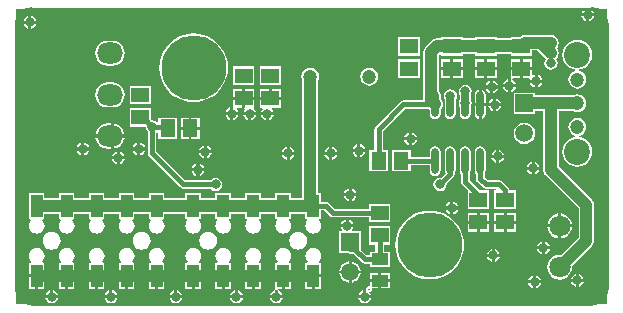
<source format=gtl>
%FSAX42Y42*%
%MOMM*%
G71*
G01*
G75*
G04 Layer_Physical_Order=1*
G04 Layer_Color=255*
%ADD10R,1.50X1.30*%
%ADD11O,0.60X2.20*%
%ADD12R,1.30X1.50*%
%ADD13R,1.40X1.00*%
%ADD14R,1.02X1.90*%
%ADD15C,0.20*%
%ADD16C,1.00*%
%ADD17C,0.40*%
%ADD18C,0.25*%
%ADD19O,2.20X1.80*%
%ADD20C,1.20*%
%ADD21C,1.50*%
%ADD22R,1.50X1.50*%
%ADD23C,5.50*%
%ADD24C,2.20*%
%ADD25C,1.80*%
%ADD26C,0.80*%
G36*
X009938Y007562D02*
X007915D01*
X007911Y007575D01*
X007927Y007585D01*
X007939Y007604D01*
X007941Y007612D01*
X007834D01*
X007836Y007604D01*
X007848Y007585D01*
X007864Y007575D01*
X007860Y007562D01*
X007165D01*
X007161Y007575D01*
X007177Y007585D01*
X007189Y007604D01*
X007191Y007612D01*
X007084D01*
X007086Y007604D01*
X007098Y007585D01*
X007114Y007575D01*
X007110Y007562D01*
X006827D01*
X006824Y007575D01*
X006840Y007585D01*
X006852Y007604D01*
X006854Y007612D01*
X006746D01*
X006748Y007604D01*
X006760Y007585D01*
X006776Y007575D01*
X006773Y007562D01*
X006315D01*
X006311Y007575D01*
X006327Y007585D01*
X006339Y007604D01*
X006341Y007612D01*
X006234D01*
X006236Y007604D01*
X006248Y007585D01*
X006264Y007575D01*
X006260Y007562D01*
X005765D01*
X005761Y007575D01*
X005777Y007585D01*
X005789Y007604D01*
X005791Y007612D01*
X005684D01*
X005686Y007604D01*
X005698Y007585D01*
X005714Y007575D01*
X005710Y007562D01*
X005265D01*
X005261Y007575D01*
X005277Y007585D01*
X005289Y007604D01*
X005291Y007612D01*
X005184D01*
X005186Y007604D01*
X005198Y007585D01*
X005214Y007575D01*
X005210Y007562D01*
X004938D01*
Y010062D01*
X009729D01*
X009735Y010051D01*
X009723Y010034D01*
X009721Y010025D01*
X009829D01*
X009827Y010034D01*
X009815Y010052D01*
X009818Y010062D01*
X009938D01*
Y007562D01*
D02*
G37*
%LPC*%
G36*
X009642Y008212D02*
X009550D01*
Y008121D01*
X009565Y008123D01*
X009590Y008133D01*
X009612Y008150D01*
X009629Y008172D01*
X009640Y008198D01*
X009642Y008212D01*
D02*
G37*
G36*
X008837Y008242D02*
X008760D01*
Y008175D01*
X008837D01*
Y008242D01*
D02*
G37*
G36*
X008940D02*
X008863D01*
Y008175D01*
X008940D01*
Y008242D01*
D02*
G37*
G36*
X009387Y008091D02*
X009379Y008089D01*
X009360Y008077D01*
X009348Y008059D01*
X009346Y008050D01*
X009387D01*
Y008091D01*
D02*
G37*
G36*
X009413D02*
Y008050D01*
X009454D01*
X009452Y008059D01*
X009440Y008077D01*
X009421Y008089D01*
X009413Y008091D01*
D02*
G37*
G36*
X009525Y008212D02*
X009433D01*
X009435Y008198D01*
X009446Y008172D01*
X009463Y008150D01*
X009485Y008133D01*
X009510Y008123D01*
X009525Y008121D01*
Y008212D01*
D02*
G37*
G36*
X009062Y008242D02*
X008985D01*
Y008175D01*
X009062D01*
Y008242D01*
D02*
G37*
G36*
X009525Y008329D02*
X009510Y008327D01*
X009485Y008317D01*
X009463Y008300D01*
X009446Y008278D01*
X009435Y008252D01*
X009433Y008238D01*
X009525D01*
Y008329D01*
D02*
G37*
G36*
X009550D02*
Y008238D01*
X009642D01*
X009640Y008252D01*
X009629Y008278D01*
X009612Y008300D01*
X009590Y008317D01*
X009565Y008327D01*
X009550Y008329D01*
D02*
G37*
G36*
X008837Y008335D02*
X008760D01*
Y008268D01*
X008837D01*
Y008335D01*
D02*
G37*
G36*
X009165Y008242D02*
X009088D01*
Y008175D01*
X009165D01*
Y008242D01*
D02*
G37*
G36*
X007725Y008279D02*
X007716Y008277D01*
X007698Y008265D01*
X007686Y008246D01*
X007684Y008238D01*
X007725D01*
Y008279D01*
D02*
G37*
G36*
X007750D02*
Y008238D01*
X007791D01*
X007789Y008246D01*
X007777Y008265D01*
X007759Y008277D01*
X007750Y008279D01*
D02*
G37*
G36*
X007323Y008174D02*
X007303Y008171D01*
X007285Y008164D01*
X007270Y008151D01*
X007257Y008136D01*
X007250Y008118D01*
X007247Y008098D01*
X007250Y008078D01*
X007257Y008060D01*
X007270Y008045D01*
X007285Y008032D01*
X007303Y008025D01*
X007323Y008022D01*
X007343Y008025D01*
X007361Y008032D01*
X007376Y008045D01*
X007389Y008060D01*
X007396Y008078D01*
X007399Y008098D01*
X007396Y008118D01*
X007389Y008136D01*
X007376Y008151D01*
X007361Y008164D01*
X007343Y008171D01*
X007323Y008174D01*
D02*
G37*
G36*
X008962Y007962D02*
X008921D01*
X008923Y007954D01*
X008935Y007935D01*
X008954Y007923D01*
X008962Y007921D01*
Y007962D01*
D02*
G37*
G36*
X009029D02*
X008988D01*
Y007921D01*
X008996Y007923D01*
X009015Y007935D01*
X009027Y007954D01*
X009029Y007962D01*
D02*
G37*
G36*
X008103Y008222D02*
X007922D01*
Y008063D01*
X007977D01*
Y008005D01*
X007928D01*
Y007976D01*
X007900D01*
X007853Y008023D01*
Y008178D01*
X007785D01*
X007779Y008189D01*
X007789Y008204D01*
X007791Y008212D01*
X007684D01*
X007686Y008204D01*
X007696Y008189D01*
X007690Y008178D01*
X007672D01*
Y007997D01*
X007741D01*
X007749Y007992D01*
X007762Y007989D01*
X007785D01*
X007860Y007915D01*
X007871Y007907D01*
X007885Y007904D01*
X007928D01*
Y007875D01*
X008097D01*
Y008005D01*
X008048D01*
Y008063D01*
X008103D01*
Y008222D01*
D02*
G37*
G36*
X007450Y008038D02*
X007433Y008035D01*
X007417Y008029D01*
X007403Y008018D01*
X007392Y008004D01*
X007386Y007988D01*
X007383Y007971D01*
X007386Y007954D01*
X007392Y007938D01*
X007403Y007924D01*
X007404Y007923D01*
X007400Y007911D01*
X007384D01*
Y007814D01*
X007516D01*
Y007911D01*
X007500D01*
X007496Y007923D01*
X007497Y007924D01*
X007508Y007938D01*
X007514Y007954D01*
X007517Y007971D01*
X007514Y007988D01*
X007508Y008004D01*
X007497Y008018D01*
X007483Y008029D01*
X007467Y008035D01*
X007450Y008038D01*
D02*
G37*
G36*
X007750Y007923D02*
X007739Y007921D01*
X007717Y007912D01*
X007698Y007898D01*
X007684Y007879D01*
X007675Y007857D01*
X007673Y007846D01*
X007750D01*
Y007923D01*
D02*
G37*
G36*
X007775D02*
Y007846D01*
X007852D01*
X007850Y007857D01*
X007841Y007879D01*
X007827Y007898D01*
X007808Y007912D01*
X007786Y007921D01*
X007775Y007923D01*
D02*
G37*
G36*
X009387Y008025D02*
X009346D01*
X009348Y008016D01*
X009360Y007998D01*
X009379Y007986D01*
X009387Y007984D01*
Y008025D01*
D02*
G37*
G36*
X005236Y008174D02*
X005216Y008171D01*
X005198Y008164D01*
X005183Y008151D01*
X005170Y008136D01*
X005163Y008118D01*
X005160Y008098D01*
X005163Y008078D01*
X005170Y008060D01*
X005183Y008045D01*
X005198Y008032D01*
X005216Y008025D01*
X005236Y008022D01*
X005256Y008025D01*
X005274Y008032D01*
X005289Y008045D01*
X005302Y008060D01*
X005309Y008078D01*
X005312Y008098D01*
X005309Y008118D01*
X005302Y008136D01*
X005289Y008151D01*
X005274Y008164D01*
X005256Y008171D01*
X005236Y008174D01*
D02*
G37*
G36*
X005998D02*
X005978Y008171D01*
X005960Y008164D01*
X005945Y008151D01*
X005932Y008136D01*
X005925Y008118D01*
X005922Y008098D01*
X005925Y008078D01*
X005932Y008060D01*
X005945Y008045D01*
X005960Y008032D01*
X005978Y008025D01*
X005998Y008022D01*
X006018Y008025D01*
X006036Y008032D01*
X006051Y008045D01*
X006064Y008060D01*
X006071Y008078D01*
X006074Y008098D01*
X006071Y008118D01*
X006064Y008136D01*
X006051Y008151D01*
X006036Y008164D01*
X006018Y008171D01*
X005998Y008174D01*
D02*
G37*
G36*
X006561D02*
X006541Y008171D01*
X006523Y008164D01*
X006508Y008151D01*
X006495Y008136D01*
X006488Y008118D01*
X006485Y008098D01*
X006488Y008078D01*
X006495Y008060D01*
X006508Y008045D01*
X006523Y008032D01*
X006541Y008025D01*
X006561Y008022D01*
X006581Y008025D01*
X006599Y008032D01*
X006614Y008045D01*
X006627Y008060D01*
X006634Y008078D01*
X006637Y008098D01*
X006634Y008118D01*
X006627Y008136D01*
X006614Y008151D01*
X006599Y008164D01*
X006581Y008171D01*
X006561Y008174D01*
D02*
G37*
G36*
X009454Y008025D02*
X009413D01*
Y007984D01*
X009421Y007986D01*
X009440Y007998D01*
X009452Y008016D01*
X009454Y008025D01*
D02*
G37*
G36*
X008962Y008029D02*
X008954Y008027D01*
X008935Y008015D01*
X008923Y007996D01*
X008921Y007988D01*
X008962D01*
Y008029D01*
D02*
G37*
G36*
X008988D02*
Y007988D01*
X009029D01*
X009027Y007996D01*
X009015Y008015D01*
X008996Y008027D01*
X008988Y008029D01*
D02*
G37*
G36*
X009300Y008700D02*
X009259D01*
X009261Y008691D01*
X009273Y008673D01*
X009291Y008661D01*
X009300Y008659D01*
Y008700D01*
D02*
G37*
G36*
X009366D02*
X009325D01*
Y008659D01*
X009334Y008661D01*
X009352Y008673D01*
X009364Y008691D01*
X009366Y008700D01*
D02*
G37*
G36*
X006462Y008754D02*
X006454Y008752D01*
X006435Y008740D01*
X006423Y008721D01*
X006421Y008713D01*
X006462D01*
Y008754D01*
D02*
G37*
G36*
X008611Y008898D02*
X008594Y008895D01*
X008579Y008885D01*
X008569Y008870D01*
X008566Y008853D01*
Y008693D01*
X008569Y008675D01*
X008571Y008672D01*
X008530Y008630D01*
X008525Y008631D01*
X008504Y008627D01*
X008485Y008615D01*
X008473Y008596D01*
X008469Y008575D01*
X008473Y008554D01*
X008485Y008535D01*
X008504Y008523D01*
X008525Y008519D01*
X008546Y008523D01*
X008565Y008535D01*
X008577Y008554D01*
X008581Y008575D01*
X008580Y008580D01*
X008637Y008636D01*
X008644Y008648D01*
X008647Y008661D01*
X008647Y008661D01*
Y008661D01*
X008654Y008675D01*
X008654Y008675D01*
X008654Y008675D01*
X008657Y008693D01*
Y008853D01*
X008654Y008870D01*
X008644Y008885D01*
X008629Y008895D01*
X008611Y008898D01*
D02*
G37*
G36*
X006462Y008687D02*
X006421D01*
X006423Y008679D01*
X006435Y008660D01*
X006454Y008648D01*
X006462Y008646D01*
Y008687D01*
D02*
G37*
G36*
X006529D02*
X006488D01*
Y008646D01*
X006496Y008648D01*
X006515Y008660D01*
X006527Y008679D01*
X006529Y008687D01*
D02*
G37*
G36*
X006488Y008754D02*
Y008713D01*
X006529D01*
X006527Y008721D01*
X006515Y008740D01*
X006496Y008752D01*
X006488Y008754D01*
D02*
G37*
G36*
X005787Y008787D02*
X005746D01*
X005748Y008779D01*
X005760Y008760D01*
X005779Y008748D01*
X005787Y008746D01*
Y008787D01*
D02*
G37*
G36*
X005854D02*
X005813D01*
Y008746D01*
X005821Y008748D01*
X005840Y008760D01*
X005852Y008779D01*
X005854Y008787D01*
D02*
G37*
G36*
X009000Y008800D02*
X008959D01*
X008961Y008791D01*
X008973Y008773D01*
X008991Y008761D01*
X009000Y008759D01*
Y008800D01*
D02*
G37*
G36*
X009300Y008766D02*
X009291Y008764D01*
X009273Y008752D01*
X009261Y008734D01*
X009259Y008725D01*
X009300D01*
Y008766D01*
D02*
G37*
G36*
X009325D02*
Y008725D01*
X009366D01*
X009364Y008734D01*
X009352Y008752D01*
X009334Y008764D01*
X009325Y008766D01*
D02*
G37*
G36*
X009688Y009138D02*
X009668Y009136D01*
X009650Y009128D01*
X009634Y009116D01*
X009622Y009100D01*
X009614Y009082D01*
X009612Y009062D01*
X009614Y009043D01*
X009622Y009025D01*
X009634Y009009D01*
X009650Y008997D01*
X009668Y008989D01*
X009671Y008989D01*
Y008976D01*
X009655Y008974D01*
X009624Y008962D01*
X009598Y008942D01*
X009578Y008916D01*
X009566Y008885D01*
X009561Y008853D01*
X009566Y008820D01*
X009578Y008789D01*
X009598Y008763D01*
X009624Y008743D01*
X009655Y008731D01*
X009688Y008726D01*
X009720Y008731D01*
X009751Y008743D01*
X009777Y008763D01*
X009797Y008789D01*
X009809Y008820D01*
X009814Y008853D01*
X009809Y008885D01*
X009797Y008916D01*
X009777Y008942D01*
X009751Y008962D01*
X009720Y008974D01*
X009704Y008976D01*
Y008989D01*
X009707Y008989D01*
X009725Y008997D01*
X009741Y009009D01*
X009753Y009025D01*
X009761Y009043D01*
X009763Y009062D01*
X009761Y009082D01*
X009753Y009100D01*
X009741Y009116D01*
X009725Y009128D01*
X009707Y009136D01*
X009688Y009138D01*
D02*
G37*
G36*
X007775Y008541D02*
Y008500D01*
X007816D01*
X007814Y008509D01*
X007802Y008527D01*
X007784Y008539D01*
X007775Y008541D01*
D02*
G37*
G36*
X008612Y008362D02*
X008571D01*
X008573Y008354D01*
X008585Y008335D01*
X008604Y008323D01*
X008612Y008321D01*
Y008362D01*
D02*
G37*
G36*
X008679D02*
X008638D01*
Y008321D01*
X008646Y008323D01*
X008665Y008335D01*
X008677Y008354D01*
X008679Y008362D01*
D02*
G37*
G36*
X008739Y008898D02*
X008721Y008895D01*
X008706Y008885D01*
X008696Y008870D01*
X008693Y008853D01*
Y008693D01*
X008696Y008675D01*
X008703Y008665D01*
Y008599D01*
X008703Y008599D01*
X008703D01*
X008706Y008585D01*
X008713Y008574D01*
X008761Y008526D01*
X008760Y008525D01*
X008760D01*
X008760Y008525D01*
Y008365D01*
X008940D01*
Y008525D01*
X008863D01*
X008774Y008614D01*
Y008665D01*
X008781Y008675D01*
X008784Y008693D01*
Y008853D01*
X008781Y008870D01*
X008771Y008885D01*
X008756Y008895D01*
X008739Y008898D01*
D02*
G37*
G36*
X008940Y008335D02*
X008863D01*
Y008268D01*
X008940D01*
Y008335D01*
D02*
G37*
G36*
X009062D02*
X008985D01*
Y008268D01*
X009062D01*
Y008335D01*
D02*
G37*
G36*
X009165D02*
X009088D01*
Y008268D01*
X009165D01*
Y008335D01*
D02*
G37*
G36*
X008865Y008898D02*
X008848Y008895D01*
X008833Y008885D01*
X008823Y008870D01*
X008820Y008853D01*
Y008693D01*
X008823Y008675D01*
X008830Y008665D01*
Y008622D01*
X008833Y008608D01*
X008840Y008597D01*
X008887Y008550D01*
X008887D01*
X008887Y008550D01*
X008887D01*
X008887Y008550D01*
Y008550D01*
X008887Y008550D01*
Y008550D01*
X008899Y008542D01*
X008912Y008539D01*
X009002D01*
X009009Y008529D01*
X009008Y008525D01*
X008985D01*
Y008365D01*
X009165D01*
Y008525D01*
X009111D01*
Y008525D01*
X009108Y008539D01*
X009100Y008550D01*
X009050Y008600D01*
X009039Y008608D01*
X009025Y008611D01*
X008927D01*
X008901Y008637D01*
Y008665D01*
X008908Y008675D01*
X008911Y008693D01*
Y008853D01*
X008908Y008870D01*
X008898Y008885D01*
X008883Y008895D01*
X008865Y008898D01*
D02*
G37*
G36*
X007816Y008475D02*
X007775D01*
Y008434D01*
X007784Y008436D01*
X007802Y008448D01*
X007814Y008466D01*
X007816Y008475D01*
D02*
G37*
G36*
X007425Y009563D02*
X007405Y009561D01*
X007387Y009553D01*
X007372Y009541D01*
X007359Y009525D01*
X007352Y009507D01*
X007349Y009488D01*
X007352Y009468D01*
X007359Y009450D01*
Y008457D01*
X007262D01*
Y008501D01*
X007130D01*
Y008457D01*
X007008D01*
Y008501D01*
X006876D01*
Y008457D01*
X006754D01*
Y008501D01*
X006622D01*
Y008457D01*
X006500D01*
Y008501D01*
X006368D01*
Y008457D01*
X006191D01*
Y008501D01*
X006059D01*
Y008457D01*
X005937D01*
Y008501D01*
X005805D01*
Y008457D01*
X005683D01*
Y008501D01*
X005551D01*
Y008457D01*
X005429D01*
Y008501D01*
X005297D01*
Y008457D01*
X005175D01*
Y008501D01*
X005043D01*
Y008281D01*
X005054D01*
X005060Y008270D01*
X005051Y008258D01*
X005045Y008242D01*
X005042Y008225D01*
X005045Y008208D01*
X005051Y008192D01*
X005062Y008178D01*
X005076Y008167D01*
X005092Y008161D01*
X005109Y008158D01*
X005126Y008161D01*
X005142Y008167D01*
X005156Y008178D01*
X005167Y008192D01*
X005173Y008208D01*
X005176Y008225D01*
X005173Y008242D01*
X005167Y008258D01*
X005156Y008272D01*
X005159Y008281D01*
X005175D01*
Y008325D01*
X005297D01*
Y008281D01*
X005308D01*
X005314Y008270D01*
X005305Y008258D01*
X005299Y008242D01*
X005296Y008225D01*
X005299Y008208D01*
X005305Y008192D01*
X005316Y008178D01*
X005330Y008167D01*
X005346Y008161D01*
X005363Y008158D01*
X005380Y008161D01*
X005396Y008167D01*
X005410Y008178D01*
X005421Y008192D01*
X005427Y008208D01*
X005430Y008225D01*
X005427Y008242D01*
X005421Y008258D01*
X005410Y008272D01*
X005413Y008281D01*
X005429D01*
Y008325D01*
X005551D01*
Y008281D01*
X005562D01*
X005568Y008270D01*
X005559Y008258D01*
X005553Y008242D01*
X005550Y008225D01*
X005553Y008208D01*
X005559Y008192D01*
X005570Y008178D01*
X005584Y008167D01*
X005600Y008161D01*
X005617Y008158D01*
X005634Y008161D01*
X005650Y008167D01*
X005664Y008178D01*
X005675Y008192D01*
X005681Y008208D01*
X005684Y008225D01*
X005681Y008242D01*
X005675Y008258D01*
X005664Y008272D01*
X005667Y008281D01*
X005683D01*
Y008325D01*
X005805D01*
Y008281D01*
X005816D01*
X005822Y008270D01*
X005813Y008258D01*
X005807Y008242D01*
X005804Y008225D01*
X005807Y008208D01*
X005813Y008192D01*
X005824Y008178D01*
X005838Y008167D01*
X005854Y008161D01*
X005871Y008158D01*
X005888Y008161D01*
X005904Y008167D01*
X005918Y008178D01*
X005929Y008192D01*
X005935Y008208D01*
X005938Y008225D01*
X005935Y008242D01*
X005929Y008258D01*
X005918Y008272D01*
X005921Y008281D01*
X005937D01*
Y008325D01*
X006059D01*
Y008281D01*
X006070D01*
X006076Y008270D01*
X006067Y008258D01*
X006061Y008242D01*
X006058Y008225D01*
X006061Y008208D01*
X006067Y008192D01*
X006078Y008178D01*
X006092Y008167D01*
X006108Y008161D01*
X006125Y008158D01*
X006142Y008161D01*
X006158Y008167D01*
X006172Y008178D01*
X006183Y008192D01*
X006189Y008208D01*
X006192Y008225D01*
X006189Y008242D01*
X006183Y008258D01*
X006172Y008272D01*
X006175Y008281D01*
X006191D01*
Y008325D01*
X006368D01*
Y008281D01*
X006379D01*
X006385Y008270D01*
X006376Y008258D01*
X006370Y008242D01*
X006367Y008225D01*
X006370Y008208D01*
X006376Y008192D01*
X006387Y008178D01*
X006401Y008167D01*
X006417Y008161D01*
X006434Y008158D01*
X006451Y008161D01*
X006467Y008167D01*
X006481Y008178D01*
X006492Y008192D01*
X006498Y008208D01*
X006501Y008225D01*
X006498Y008242D01*
X006492Y008258D01*
X006481Y008272D01*
X006484Y008281D01*
X006500D01*
Y008325D01*
X006622D01*
Y008281D01*
X006633D01*
X006639Y008270D01*
X006630Y008258D01*
X006624Y008242D01*
X006621Y008225D01*
X006624Y008208D01*
X006630Y008192D01*
X006641Y008178D01*
X006655Y008167D01*
X006671Y008161D01*
X006688Y008158D01*
X006705Y008161D01*
X006721Y008167D01*
X006735Y008178D01*
X006746Y008192D01*
X006752Y008208D01*
X006755Y008225D01*
X006752Y008242D01*
X006746Y008258D01*
X006735Y008272D01*
X006738Y008281D01*
X006754D01*
Y008325D01*
X006876D01*
Y008281D01*
X006887D01*
X006893Y008270D01*
X006884Y008258D01*
X006878Y008242D01*
X006875Y008225D01*
X006878Y008208D01*
X006884Y008192D01*
X006895Y008178D01*
X006909Y008167D01*
X006925Y008161D01*
X006942Y008158D01*
X006959Y008161D01*
X006975Y008167D01*
X006989Y008178D01*
X007000Y008192D01*
X007006Y008208D01*
X007009Y008225D01*
X007006Y008242D01*
X007000Y008258D01*
X006989Y008272D01*
X006992Y008281D01*
X007008D01*
Y008325D01*
X007130D01*
Y008281D01*
X007141D01*
X007147Y008270D01*
X007138Y008258D01*
X007132Y008242D01*
X007129Y008225D01*
X007132Y008208D01*
X007138Y008192D01*
X007149Y008178D01*
X007163Y008167D01*
X007179Y008161D01*
X007196Y008158D01*
X007213Y008161D01*
X007229Y008167D01*
X007243Y008178D01*
X007254Y008192D01*
X007260Y008208D01*
X007263Y008225D01*
X007260Y008242D01*
X007254Y008258D01*
X007243Y008272D01*
X007246Y008281D01*
X007262D01*
Y008325D01*
X007384D01*
Y008281D01*
X007395D01*
X007401Y008270D01*
X007392Y008258D01*
X007386Y008242D01*
X007383Y008225D01*
X007386Y008208D01*
X007392Y008192D01*
X007403Y008178D01*
X007417Y008167D01*
X007433Y008161D01*
X007450Y008158D01*
X007467Y008161D01*
X007483Y008167D01*
X007497Y008178D01*
X007508Y008192D01*
X007514Y008208D01*
X007517Y008225D01*
X007514Y008242D01*
X007508Y008258D01*
X007497Y008272D01*
X007500Y008281D01*
X007516D01*
Y008355D01*
X007544D01*
X007592Y008307D01*
X007604Y008300D01*
X007618Y008297D01*
X007922D01*
Y008253D01*
X008103D01*
Y008412D01*
X007922D01*
Y008368D01*
X007632D01*
X007584Y008416D01*
X007573Y008424D01*
X007559Y008427D01*
X007516D01*
Y008501D01*
X007491D01*
Y009450D01*
X007498Y009468D01*
X007501Y009488D01*
X007498Y009507D01*
X007491Y009525D01*
X007478Y009541D01*
X007463Y009553D01*
X007445Y009561D01*
X007425Y009563D01*
D02*
G37*
G36*
X007750Y008541D02*
X007741Y008539D01*
X007723Y008527D01*
X007711Y008509D01*
X007709Y008500D01*
X007750D01*
Y008541D01*
D02*
G37*
G36*
X008612Y008429D02*
X008604Y008427D01*
X008585Y008415D01*
X008573Y008396D01*
X008571Y008388D01*
X008612D01*
Y008429D01*
D02*
G37*
G36*
X008638D02*
Y008388D01*
X008679D01*
X008677Y008396D01*
X008665Y008415D01*
X008646Y008427D01*
X008638Y008429D01*
D02*
G37*
G36*
X007750Y008475D02*
X007709D01*
X007711Y008466D01*
X007723Y008448D01*
X007741Y008436D01*
X007750Y008434D01*
Y008475D01*
D02*
G37*
G36*
X005683Y007788D02*
X005630D01*
Y007691D01*
X005683D01*
Y007788D01*
D02*
G37*
G36*
X005858D02*
X005805D01*
Y007691D01*
X005858D01*
Y007788D01*
D02*
G37*
G36*
X005937D02*
X005884D01*
Y007691D01*
X005937D01*
Y007788D01*
D02*
G37*
G36*
X005350D02*
X005297D01*
Y007691D01*
X005350D01*
Y007788D01*
D02*
G37*
G36*
X005429D02*
X005376D01*
Y007691D01*
X005429D01*
Y007788D01*
D02*
G37*
G36*
X005604D02*
X005551D01*
Y007691D01*
X005604D01*
Y007788D01*
D02*
G37*
G36*
X006112D02*
X006059D01*
Y007691D01*
X006112D01*
Y007788D01*
D02*
G37*
G36*
X006675D02*
X006622D01*
Y007691D01*
X006675D01*
Y007788D01*
D02*
G37*
G36*
X006754D02*
X006701D01*
Y007691D01*
X006754D01*
Y007788D01*
D02*
G37*
G36*
X006929D02*
X006876D01*
Y007691D01*
X006929D01*
Y007788D01*
D02*
G37*
G36*
X006191D02*
X006138D01*
Y007691D01*
X006191D01*
Y007788D01*
D02*
G37*
G36*
X006421D02*
X006368D01*
Y007691D01*
X006421D01*
Y007788D01*
D02*
G37*
G36*
X006500D02*
X006447D01*
Y007691D01*
X006500D01*
Y007788D01*
D02*
G37*
G36*
X005175D02*
X005122D01*
Y007691D01*
X005175D01*
Y007788D01*
D02*
G37*
G36*
X005750Y007679D02*
Y007638D01*
X005791D01*
X005789Y007646D01*
X005777Y007665D01*
X005759Y007677D01*
X005750Y007679D01*
D02*
G37*
G36*
X006275D02*
X006266Y007677D01*
X006248Y007665D01*
X006236Y007646D01*
X006234Y007638D01*
X006275D01*
Y007679D01*
D02*
G37*
G36*
X006300D02*
Y007638D01*
X006341D01*
X006339Y007646D01*
X006327Y007665D01*
X006309Y007677D01*
X006300Y007679D01*
D02*
G37*
G36*
X005225D02*
X005216Y007677D01*
X005198Y007665D01*
X005186Y007646D01*
X005184Y007638D01*
X005225D01*
Y007679D01*
D02*
G37*
G36*
X005250D02*
Y007638D01*
X005291D01*
X005289Y007646D01*
X005277Y007665D01*
X005259Y007677D01*
X005250Y007679D01*
D02*
G37*
G36*
X005725D02*
X005716Y007677D01*
X005698Y007665D01*
X005686Y007646D01*
X005684Y007638D01*
X005725D01*
Y007679D01*
D02*
G37*
G36*
X006787D02*
X006779Y007677D01*
X006760Y007665D01*
X006748Y007646D01*
X006746Y007638D01*
X006787D01*
Y007679D01*
D02*
G37*
G36*
X007875D02*
X007866Y007677D01*
X007848Y007665D01*
X007836Y007646D01*
X007834Y007638D01*
X007875D01*
Y007679D01*
D02*
G37*
G36*
X008000Y007747D02*
X007928D01*
Y007720D01*
X007922Y007716D01*
X007913Y007714D01*
X007904Y007708D01*
X007899Y007700D01*
X007897Y007690D01*
D01*
X007888Y007681D01*
X007900Y007679D01*
X007900Y007678D01*
Y007638D01*
X007941D01*
X007939Y007646D01*
X007927Y007665D01*
X007927Y007665D01*
X007932Y007666D01*
X007941Y007672D01*
X007946Y007680D01*
X007948Y007690D01*
D01*
X007952Y007695D01*
X008000D01*
Y007747D01*
D02*
G37*
G36*
X005096Y007788D02*
X005043D01*
Y007691D01*
X005096D01*
Y007788D01*
D02*
G37*
G36*
X006813Y007679D02*
Y007638D01*
X006854D01*
X006852Y007646D01*
X006840Y007665D01*
X006821Y007677D01*
X006813Y007679D01*
D02*
G37*
G36*
X007125D02*
X007116Y007677D01*
X007098Y007665D01*
X007086Y007646D01*
X007084Y007638D01*
X007125D01*
Y007679D01*
D02*
G37*
G36*
X007183Y007788D02*
X007130D01*
Y007691D01*
X007130D01*
Y007680D01*
X007138Y007681D01*
X007150Y007679D01*
Y007638D01*
X007191D01*
X007189Y007646D01*
X007177Y007665D01*
X007159Y007677D01*
X007151Y007678D01*
X007152Y007691D01*
X007183D01*
Y007788D01*
D02*
G37*
G36*
X009700Y007816D02*
Y007775D01*
X009741D01*
X009739Y007784D01*
X009727Y007802D01*
X009709Y007814D01*
X009700Y007816D01*
D02*
G37*
G36*
X005109Y008038D02*
X005092Y008035D01*
X005076Y008029D01*
X005062Y008018D01*
X005051Y008004D01*
X005045Y007988D01*
X005042Y007971D01*
X005045Y007954D01*
X005051Y007938D01*
X005062Y007924D01*
X005063Y007923D01*
X005059Y007911D01*
X005043D01*
Y007814D01*
X005175D01*
Y007911D01*
X005159D01*
X005155Y007923D01*
X005156Y007924D01*
X005167Y007938D01*
X005173Y007954D01*
X005176Y007971D01*
X005173Y007988D01*
X005167Y008004D01*
X005156Y008018D01*
X005142Y008029D01*
X005126Y008035D01*
X005109Y008038D01*
D02*
G37*
G36*
X005363D02*
X005346Y008035D01*
X005330Y008029D01*
X005316Y008018D01*
X005305Y008004D01*
X005299Y007988D01*
X005296Y007971D01*
X005299Y007954D01*
X005305Y007938D01*
X005316Y007924D01*
X005317Y007923D01*
X005313Y007911D01*
X005297D01*
Y007814D01*
X005429D01*
Y007911D01*
X005413D01*
X005409Y007923D01*
X005410Y007924D01*
X005421Y007938D01*
X005427Y007954D01*
X005430Y007971D01*
X005427Y007988D01*
X005421Y008004D01*
X005410Y008018D01*
X005396Y008029D01*
X005380Y008035D01*
X005363Y008038D01*
D02*
G37*
G36*
X008000Y007825D02*
X007928D01*
Y007773D01*
X008000D01*
Y007825D01*
D02*
G37*
G36*
X008097D02*
X008025D01*
Y007773D01*
X008097D01*
Y007825D01*
D02*
G37*
G36*
X009675Y007816D02*
X009666Y007814D01*
X009648Y007802D01*
X009636Y007784D01*
X009634Y007775D01*
X009675D01*
Y007816D01*
D02*
G37*
G36*
X005617Y008038D02*
X005600Y008035D01*
X005584Y008029D01*
X005570Y008018D01*
X005559Y008004D01*
X005553Y007988D01*
X005550Y007971D01*
X005553Y007954D01*
X005559Y007938D01*
X005570Y007924D01*
X005571Y007923D01*
X005567Y007911D01*
X005551D01*
Y007814D01*
X005683D01*
Y007911D01*
X005667D01*
X005663Y007923D01*
X005664Y007924D01*
X005675Y007938D01*
X005681Y007954D01*
X005684Y007971D01*
X005681Y007988D01*
X005675Y008004D01*
X005664Y008018D01*
X005650Y008029D01*
X005634Y008035D01*
X005617Y008038D01*
D02*
G37*
G36*
X006688D02*
X006671Y008035D01*
X006655Y008029D01*
X006641Y008018D01*
X006630Y008004D01*
X006624Y007988D01*
X006621Y007971D01*
X006624Y007954D01*
X006630Y007938D01*
X006641Y007924D01*
X006642Y007923D01*
X006638Y007911D01*
X006622D01*
Y007814D01*
X006754D01*
Y007911D01*
X006738D01*
X006734Y007923D01*
X006735Y007924D01*
X006746Y007938D01*
X006752Y007954D01*
X006755Y007971D01*
X006752Y007988D01*
X006746Y008004D01*
X006735Y008018D01*
X006721Y008029D01*
X006705Y008035D01*
X006688Y008038D01*
D02*
G37*
G36*
X006942D02*
X006925Y008035D01*
X006909Y008029D01*
X006895Y008018D01*
X006884Y008004D01*
X006878Y007988D01*
X006875Y007971D01*
X006878Y007954D01*
X006884Y007938D01*
X006895Y007924D01*
X006896Y007923D01*
X006892Y007911D01*
X006876D01*
Y007814D01*
X007008D01*
Y007911D01*
X006992D01*
X006988Y007923D01*
X006989Y007924D01*
X007000Y007938D01*
X007006Y007954D01*
X007009Y007971D01*
X007006Y007988D01*
X007000Y008004D01*
X006989Y008018D01*
X006975Y008029D01*
X006959Y008035D01*
X006942Y008038D01*
D02*
G37*
G36*
X007196D02*
X007179Y008035D01*
X007163Y008029D01*
X007149Y008018D01*
X007138Y008004D01*
X007132Y007988D01*
X007129Y007971D01*
X007132Y007954D01*
X007138Y007938D01*
X007149Y007924D01*
X007150Y007923D01*
X007146Y007911D01*
X007130D01*
Y007814D01*
X007262D01*
Y007911D01*
X007246D01*
X007242Y007923D01*
X007243Y007924D01*
X007254Y007938D01*
X007260Y007954D01*
X007263Y007971D01*
X007260Y007988D01*
X007254Y008004D01*
X007243Y008018D01*
X007229Y008029D01*
X007213Y008035D01*
X007196Y008038D01*
D02*
G37*
G36*
X005871D02*
X005854Y008035D01*
X005838Y008029D01*
X005824Y008018D01*
X005813Y008004D01*
X005807Y007988D01*
X005804Y007971D01*
X005807Y007954D01*
X005813Y007938D01*
X005824Y007924D01*
X005825Y007923D01*
X005821Y007911D01*
X005805D01*
Y007814D01*
X005937D01*
Y007911D01*
X005921D01*
X005917Y007923D01*
X005918Y007924D01*
X005929Y007938D01*
X005935Y007954D01*
X005938Y007971D01*
X005935Y007988D01*
X005929Y008004D01*
X005918Y008018D01*
X005904Y008029D01*
X005888Y008035D01*
X005871Y008038D01*
D02*
G37*
G36*
X006125D02*
X006108Y008035D01*
X006092Y008029D01*
X006078Y008018D01*
X006067Y008004D01*
X006061Y007988D01*
X006058Y007971D01*
X006061Y007954D01*
X006067Y007938D01*
X006078Y007924D01*
X006079Y007923D01*
X006075Y007911D01*
X006059D01*
Y007814D01*
X006191D01*
Y007911D01*
X006175D01*
X006171Y007923D01*
X006172Y007924D01*
X006183Y007938D01*
X006189Y007954D01*
X006192Y007971D01*
X006189Y007988D01*
X006183Y008004D01*
X006172Y008018D01*
X006158Y008029D01*
X006142Y008035D01*
X006125Y008038D01*
D02*
G37*
G36*
X006434D02*
X006417Y008035D01*
X006401Y008029D01*
X006387Y008018D01*
X006376Y008004D01*
X006370Y007988D01*
X006367Y007971D01*
X006370Y007954D01*
X006376Y007938D01*
X006387Y007924D01*
X006388Y007923D01*
X006384Y007911D01*
X006368D01*
Y007814D01*
X006500D01*
Y007911D01*
X006484D01*
X006480Y007923D01*
X006481Y007924D01*
X006492Y007938D01*
X006498Y007954D01*
X006501Y007971D01*
X006498Y007988D01*
X006492Y008004D01*
X006481Y008018D01*
X006467Y008029D01*
X006451Y008035D01*
X006434Y008038D01*
D02*
G37*
G36*
X008438Y008353D02*
X008392Y008350D01*
X008348Y008339D01*
X008305Y008322D01*
X008267Y008298D01*
X008232Y008268D01*
X008202Y008233D01*
X008178Y008195D01*
X008161Y008152D01*
X008150Y008108D01*
X008147Y008062D01*
X008150Y008017D01*
X008161Y007973D01*
X008178Y007930D01*
X008202Y007892D01*
X008232Y007857D01*
X008267Y007827D01*
X008305Y007803D01*
X008348Y007786D01*
X008392Y007775D01*
X008438Y007772D01*
X008483Y007775D01*
X008527Y007786D01*
X008570Y007803D01*
X008608Y007827D01*
X008643Y007857D01*
X008673Y007892D01*
X008697Y007930D01*
X008714Y007973D01*
X008725Y008017D01*
X008728Y008062D01*
X008725Y008108D01*
X008714Y008152D01*
X008697Y008195D01*
X008673Y008233D01*
X008643Y008268D01*
X008608Y008298D01*
X008570Y008322D01*
X008527Y008339D01*
X008483Y008350D01*
X008438Y008353D01*
D02*
G37*
G36*
X007516Y007788D02*
X007463D01*
Y007691D01*
X007516D01*
Y007788D01*
D02*
G37*
G36*
X008097Y007747D02*
X008025D01*
Y007695D01*
X008097D01*
Y007747D01*
D02*
G37*
G36*
X009312Y007737D02*
X009271D01*
X009273Y007729D01*
X009285Y007710D01*
X009304Y007698D01*
X009312Y007696D01*
Y007737D01*
D02*
G37*
G36*
X007008Y007788D02*
X006955D01*
Y007691D01*
X007008D01*
Y007788D01*
D02*
G37*
G36*
X007262D02*
X007209D01*
Y007691D01*
X007262D01*
Y007788D01*
D02*
G37*
G36*
X007437D02*
X007384D01*
Y007691D01*
X007437D01*
Y007788D01*
D02*
G37*
G36*
X009379Y007737D02*
X009338D01*
Y007696D01*
X009346Y007698D01*
X009365Y007710D01*
X009377Y007729D01*
X009379Y007737D01*
D02*
G37*
G36*
X007852Y007821D02*
X007775D01*
Y007744D01*
X007786Y007746D01*
X007808Y007755D01*
X007827Y007769D01*
X007841Y007788D01*
X007850Y007810D01*
X007852Y007821D01*
D02*
G37*
G36*
X009312Y007804D02*
X009304Y007802D01*
X009285Y007790D01*
X009273Y007771D01*
X009271Y007763D01*
X009312D01*
Y007804D01*
D02*
G37*
G36*
X009338D02*
Y007763D01*
X009379D01*
X009377Y007771D01*
X009365Y007790D01*
X009346Y007802D01*
X009338Y007804D01*
D02*
G37*
G36*
X009675Y007750D02*
X009634D01*
X009636Y007741D01*
X009648Y007723D01*
X009666Y007711D01*
X009675Y007709D01*
Y007750D01*
D02*
G37*
G36*
X009741D02*
X009700D01*
Y007709D01*
X009709Y007711D01*
X009727Y007723D01*
X009739Y007741D01*
X009741Y007750D01*
D02*
G37*
G36*
X007750Y007821D02*
X007673D01*
X007675Y007810D01*
X007684Y007788D01*
X007698Y007769D01*
X007717Y007755D01*
X007739Y007746D01*
X007750Y007744D01*
Y007821D01*
D02*
G37*
G36*
X007178Y009385D02*
X007100D01*
Y009318D01*
X007178D01*
Y009385D01*
D02*
G37*
G36*
X008950Y009387D02*
X008909D01*
X008911Y009379D01*
X008923Y009360D01*
X008941Y009348D01*
X008950Y009346D01*
Y009387D01*
D02*
G37*
G36*
X009016D02*
X008975D01*
Y009346D01*
X008984Y009348D01*
X009002Y009360D01*
X009014Y009379D01*
X009016Y009387D01*
D02*
G37*
G36*
X006850Y009385D02*
X006772D01*
Y009318D01*
X006850D01*
Y009385D01*
D02*
G37*
G36*
X006953D02*
X006875D01*
Y009318D01*
X006953D01*
Y009385D01*
D02*
G37*
G36*
X007075D02*
X006997D01*
Y009318D01*
X007075D01*
Y009385D01*
D02*
G37*
G36*
X009100Y009400D02*
X009059D01*
X009061Y009391D01*
X009073Y009373D01*
X009091Y009361D01*
X009100Y009359D01*
Y009400D01*
D02*
G37*
G36*
X009391Y009437D02*
X009350D01*
Y009396D01*
X009359Y009398D01*
X009377Y009410D01*
X009389Y009429D01*
X009391Y009437D01*
D02*
G37*
G36*
X007925Y009563D02*
X007905Y009561D01*
X007887Y009553D01*
X007872Y009541D01*
X007859Y009525D01*
X007852Y009507D01*
X007849Y009488D01*
X007852Y009468D01*
X007859Y009450D01*
X007872Y009434D01*
X007887Y009422D01*
X007905Y009414D01*
X007925Y009412D01*
X007945Y009414D01*
X007963Y009422D01*
X007978Y009434D01*
X007991Y009450D01*
X007998Y009468D01*
X008001Y009488D01*
X007998Y009507D01*
X007991Y009525D01*
X007978Y009541D01*
X007963Y009553D01*
X007945Y009561D01*
X007925Y009563D01*
D02*
G37*
G36*
X008950Y009454D02*
X008941Y009452D01*
X008923Y009440D01*
X008911Y009421D01*
X008909Y009413D01*
X008950D01*
Y009454D01*
D02*
G37*
G36*
X009166Y009400D02*
X009125D01*
Y009359D01*
X009134Y009361D01*
X009152Y009373D01*
X009164Y009391D01*
X009166Y009400D01*
D02*
G37*
G36*
X009688Y009799D02*
X009655Y009794D01*
X009624Y009782D01*
X009598Y009762D01*
X009578Y009736D01*
X009566Y009705D01*
X009561Y009672D01*
X009566Y009640D01*
X009578Y009609D01*
X009598Y009583D01*
X009624Y009563D01*
X009655Y009551D01*
X009671Y009549D01*
Y009536D01*
X009668Y009536D01*
X009650Y009528D01*
X009634Y009516D01*
X009622Y009500D01*
X009614Y009482D01*
X009612Y009462D01*
X009614Y009443D01*
X009622Y009425D01*
X009634Y009409D01*
X009650Y009397D01*
X009668Y009389D01*
X009688Y009387D01*
X009707Y009389D01*
X009725Y009397D01*
X009741Y009409D01*
X009753Y009425D01*
X009761Y009443D01*
X009763Y009462D01*
X009761Y009482D01*
X009753Y009500D01*
X009741Y009516D01*
X009725Y009528D01*
X009707Y009536D01*
X009704Y009536D01*
Y009549D01*
X009720Y009551D01*
X009751Y009563D01*
X009777Y009583D01*
X009797Y009609D01*
X009809Y009640D01*
X009814Y009672D01*
X009809Y009705D01*
X009797Y009736D01*
X009777Y009762D01*
X009751Y009782D01*
X009720Y009794D01*
X009688Y009799D01*
D02*
G37*
G36*
X009325Y009437D02*
X009284D01*
X009286Y009429D01*
X009298Y009410D01*
X009316Y009398D01*
X009325Y009396D01*
Y009437D01*
D02*
G37*
G36*
X006438Y009853D02*
X006392Y009850D01*
X006348Y009839D01*
X006305Y009822D01*
X006267Y009798D01*
X006232Y009768D01*
X006202Y009733D01*
X006178Y009695D01*
X006161Y009652D01*
X006150Y009608D01*
X006147Y009562D01*
X006150Y009517D01*
X006161Y009473D01*
X006178Y009430D01*
X006202Y009392D01*
X006232Y009357D01*
X006267Y009327D01*
X006305Y009303D01*
X006348Y009286D01*
X006392Y009275D01*
X006438Y009272D01*
X006483Y009275D01*
X006527Y009286D01*
X006570Y009303D01*
X006608Y009327D01*
X006643Y009357D01*
X006673Y009392D01*
X006697Y009430D01*
X006714Y009473D01*
X006725Y009517D01*
X006728Y009562D01*
X006725Y009608D01*
X006714Y009652D01*
X006697Y009695D01*
X006673Y009733D01*
X006643Y009768D01*
X006608Y009798D01*
X006570Y009822D01*
X006527Y009839D01*
X006483Y009850D01*
X006438Y009853D01*
D02*
G37*
G36*
X006953Y009292D02*
X006875D01*
Y009225D01*
X006866D01*
X006872Y009214D01*
X006861Y009196D01*
X006859Y009188D01*
X006966D01*
X006964Y009196D01*
X006952Y009215D01*
X006950Y009216D01*
X006953Y009225D01*
X006953D01*
X006953Y009225D01*
Y009292D01*
D02*
G37*
G36*
X007178D02*
X006997D01*
Y009225D01*
X007016D01*
X007022Y009214D01*
X007011Y009196D01*
X007009Y009188D01*
X007116D01*
X007114Y009196D01*
X007102Y009215D01*
X007105Y009225D01*
X007178D01*
Y009292D01*
D02*
G37*
G36*
X008975Y009237D02*
X008934D01*
X008936Y009229D01*
X008948Y009210D01*
X008966Y009198D01*
X008975Y009196D01*
Y009237D01*
D02*
G37*
G36*
X009328Y009353D02*
X009147D01*
Y009172D01*
X009328D01*
Y009197D01*
X009397D01*
Y008700D01*
X009399Y008683D01*
X009402Y008676D01*
X009406Y008667D01*
X009416Y008654D01*
X009697Y008373D01*
Y008127D01*
X009549Y007979D01*
X009538Y007981D01*
X009510Y007977D01*
X009485Y007967D01*
X009463Y007950D01*
X009446Y007928D01*
X009435Y007902D01*
X009432Y007875D01*
X009435Y007848D01*
X009446Y007822D01*
X009463Y007800D01*
X009485Y007783D01*
X009510Y007773D01*
X009538Y007769D01*
X009565Y007773D01*
X009590Y007783D01*
X009612Y007800D01*
X009629Y007822D01*
X009640Y007848D01*
X009643Y007875D01*
X009642Y007887D01*
X009809Y008054D01*
X009819Y008067D01*
X009823Y008076D01*
X009826Y008083D01*
X009828Y008100D01*
Y008400D01*
X009826Y008417D01*
X009819Y008433D01*
X009809Y008446D01*
X009528Y008727D01*
Y009197D01*
X009650D01*
X009668Y009189D01*
X009688Y009187D01*
X009707Y009189D01*
X009725Y009197D01*
X009741Y009209D01*
X009753Y009225D01*
X009761Y009243D01*
X009763Y009262D01*
X009761Y009282D01*
X009753Y009300D01*
X009741Y009316D01*
X009725Y009328D01*
X009707Y009336D01*
X009688Y009338D01*
X009668Y009336D01*
X009650Y009328D01*
X009328D01*
Y009353D01*
D02*
G37*
G36*
X006750Y009229D02*
X006741Y009227D01*
X006723Y009215D01*
X006711Y009196D01*
X006709Y009188D01*
X006750D01*
Y009229D01*
D02*
G37*
G36*
X006850Y009292D02*
X006772D01*
Y009239D01*
X006763Y009231D01*
X006775Y009229D01*
Y009188D01*
X006816D01*
X006814Y009196D01*
X006802Y009215D01*
X006805Y009225D01*
X006850D01*
Y009292D01*
D02*
G37*
G36*
X009041Y009237D02*
X009000D01*
Y009196D01*
X009009Y009198D01*
X009027Y009210D01*
X009039Y009229D01*
X009041Y009237D01*
D02*
G37*
G36*
X009000Y009304D02*
Y009263D01*
X009041D01*
X009039Y009271D01*
X009027Y009290D01*
X009009Y009302D01*
X009000Y009304D01*
D02*
G37*
G36*
X008853Y009376D02*
X008848Y009375D01*
X008833Y009365D01*
X008823Y009350D01*
X008820Y009332D01*
Y009265D01*
X008853D01*
Y009376D01*
D02*
G37*
G36*
X008878D02*
Y009265D01*
X008911D01*
Y009332D01*
X008908Y009350D01*
X008898Y009365D01*
X008883Y009375D01*
X008878Y009376D01*
D02*
G37*
G36*
X005750Y009441D02*
X005710D01*
X005683Y009437D01*
X005657Y009427D01*
X005635Y009410D01*
X005618Y009388D01*
X005608Y009362D01*
X005604Y009335D01*
X005608Y009308D01*
X005618Y009282D01*
X005635Y009260D01*
X005657Y009243D01*
X005683Y009233D01*
X005710Y009229D01*
X005750D01*
X005777Y009233D01*
X005803Y009243D01*
X005825Y009260D01*
X005842Y009282D01*
X005852Y009308D01*
X005856Y009335D01*
X005852Y009362D01*
X005842Y009388D01*
X005825Y009410D01*
X005803Y009427D01*
X005777Y009437D01*
X005750Y009441D01*
D02*
G37*
G36*
X006078Y009412D02*
X005897D01*
Y009253D01*
X006078D01*
Y009412D01*
D02*
G37*
G36*
X008975Y009304D02*
X008966Y009302D01*
X008948Y009290D01*
X008936Y009271D01*
X008934Y009263D01*
X008975D01*
Y009304D01*
D02*
G37*
G36*
X009303Y009635D02*
X009225D01*
Y009568D01*
X009303D01*
Y009635D01*
D02*
G37*
G36*
X005750Y009791D02*
X005710D01*
X005683Y009787D01*
X005657Y009777D01*
X005635Y009760D01*
X005618Y009738D01*
X005608Y009712D01*
X005604Y009685D01*
X005608Y009658D01*
X005618Y009632D01*
X005635Y009610D01*
X005657Y009593D01*
X005683Y009583D01*
X005710Y009579D01*
X005750D01*
X005777Y009583D01*
X005803Y009593D01*
X005825Y009610D01*
X005842Y009632D01*
X005852Y009658D01*
X005856Y009685D01*
X005852Y009712D01*
X005842Y009738D01*
X005825Y009760D01*
X005803Y009777D01*
X005777Y009787D01*
X005750Y009791D01*
D02*
G37*
G36*
X008353Y009825D02*
X008172D01*
Y009665D01*
X008353D01*
Y009825D01*
D02*
G37*
G36*
X008900Y009635D02*
X008822D01*
Y009568D01*
X008900D01*
Y009635D01*
D02*
G37*
G36*
X009003D02*
X008925D01*
Y009568D01*
X009003D01*
Y009635D01*
D02*
G37*
G36*
X009200D02*
X009122D01*
Y009568D01*
X009200D01*
Y009635D01*
D02*
G37*
G36*
X009462Y009841D02*
X009243D01*
X009226Y009838D01*
X009219Y009836D01*
X009210Y009832D01*
X009201Y009825D01*
X009122D01*
Y009811D01*
X009003D01*
Y009825D01*
X008822D01*
Y009811D01*
X008715D01*
Y009825D01*
X008535D01*
Y009811D01*
X008495D01*
X008478Y009808D01*
X008471Y009806D01*
X008462Y009802D01*
X008449Y009791D01*
X008404Y009746D01*
X008393Y009733D01*
X008390Y009725D01*
X008387Y009717D01*
X008384Y009700D01*
Y009288D01*
X008215D01*
X008201Y009285D01*
X008190Y009278D01*
X007980Y009068D01*
X007972Y009056D01*
X007969Y009043D01*
Y008865D01*
X007925D01*
Y008685D01*
X008085D01*
Y008865D01*
X008041D01*
Y009028D01*
X008230Y009217D01*
X008427D01*
X008438Y009206D01*
X008439Y009206D01*
Y009172D01*
X008442Y009155D01*
X008452Y009140D01*
X008467Y009130D01*
X008485Y009127D01*
X008502Y009130D01*
X008517Y009140D01*
X008527Y009155D01*
X008530Y009172D01*
Y009206D01*
X008531Y009206D01*
X008541Y009220D01*
X008548Y009236D01*
X008550Y009253D01*
X008548Y009269D01*
X008541Y009285D01*
X008531Y009299D01*
X008530Y009299D01*
Y009332D01*
X008527Y009350D01*
X008517Y009365D01*
X008516Y009366D01*
Y009673D01*
X008522Y009679D01*
X008535D01*
Y009665D01*
X008715D01*
Y009679D01*
X008822D01*
Y009665D01*
X009003D01*
Y009679D01*
X009122D01*
Y009665D01*
X009303D01*
Y009709D01*
X009348D01*
X009416Y009641D01*
X009421Y009637D01*
X009411Y009621D01*
X009406Y009600D01*
X009411Y009579D01*
X009423Y009560D01*
X009441Y009548D01*
X009462Y009544D01*
X009484Y009548D01*
X009502Y009560D01*
X009514Y009579D01*
X009519Y009600D01*
X009514Y009621D01*
X009504Y009637D01*
X009509Y009641D01*
X009519Y009655D01*
X009526Y009671D01*
X009528Y009688D01*
X009526Y009704D01*
X009519Y009720D01*
X009511Y009731D01*
X009519Y009742D01*
X009526Y009758D01*
X009528Y009775D01*
X009526Y009792D01*
X009519Y009808D01*
X009509Y009821D01*
X009495Y009832D01*
X009479Y009838D01*
X009462Y009841D01*
D02*
G37*
G36*
X009829Y010000D02*
X009788D01*
Y009959D01*
X009796Y009961D01*
X009815Y009973D01*
X009827Y009991D01*
X009829Y010000D01*
D02*
G37*
G36*
X005039Y010001D02*
X005031Y010000D01*
X005012Y009988D01*
X005000Y009969D01*
X004999Y009961D01*
X005039D01*
Y010001D01*
D02*
G37*
G36*
X005065D02*
Y009961D01*
X005106D01*
X005104Y009969D01*
X005092Y009988D01*
X005074Y010000D01*
X005065Y010001D01*
D02*
G37*
G36*
X005039Y009935D02*
X004999D01*
X005000Y009926D01*
X005012Y009908D01*
X005031Y009896D01*
X005039Y009894D01*
Y009935D01*
D02*
G37*
G36*
X005106D02*
X005065D01*
Y009894D01*
X005074Y009896D01*
X005092Y009908D01*
X005104Y009926D01*
X005106Y009935D01*
D02*
G37*
G36*
X009762Y010000D02*
X009721D01*
X009723Y009991D01*
X009735Y009973D01*
X009754Y009961D01*
X009762Y009959D01*
Y010000D01*
D02*
G37*
G36*
X008715Y009635D02*
X008638D01*
Y009568D01*
X008715D01*
Y009635D01*
D02*
G37*
G36*
X009100Y009466D02*
X009091Y009464D01*
X009073Y009452D01*
X009061Y009434D01*
X009059Y009425D01*
X009100D01*
Y009466D01*
D02*
G37*
G36*
X009200Y009542D02*
X009122D01*
Y009477D01*
X009113Y009469D01*
X009125Y009466D01*
Y009425D01*
X009166D01*
X009164Y009434D01*
X009152Y009452D01*
X009136Y009463D01*
X009140Y009475D01*
X009200D01*
Y009542D01*
D02*
G37*
G36*
X009303D02*
X009225D01*
Y009475D01*
X009276D01*
X009284Y009465D01*
X009284Y009463D01*
X009325D01*
Y009504D01*
X009316Y009502D01*
X009314Y009500D01*
X009303Y009506D01*
Y009542D01*
D02*
G37*
G36*
X008975Y009454D02*
Y009413D01*
X009016D01*
X009014Y009421D01*
X009002Y009440D01*
X008984Y009452D01*
X008975Y009454D01*
D02*
G37*
G36*
X006953Y009575D02*
X006772D01*
Y009415D01*
X006953D01*
Y009575D01*
D02*
G37*
G36*
X007178D02*
X006997D01*
Y009415D01*
X007178D01*
Y009575D01*
D02*
G37*
G36*
X009350Y009504D02*
Y009463D01*
X009391D01*
X009389Y009471D01*
X009377Y009490D01*
X009359Y009502D01*
X009350Y009504D01*
D02*
G37*
G36*
X008900Y009542D02*
X008822D01*
Y009475D01*
X008900D01*
Y009542D01*
D02*
G37*
G36*
X009003D02*
X008925D01*
Y009475D01*
X009003D01*
Y009542D01*
D02*
G37*
G36*
X008612Y009635D02*
X008535D01*
Y009568D01*
X008612D01*
Y009635D01*
D02*
G37*
G36*
X008353Y009635D02*
X008172D01*
Y009475D01*
X008353D01*
Y009635D01*
D02*
G37*
G36*
X008612Y009542D02*
X008535D01*
Y009475D01*
X008612D01*
Y009542D01*
D02*
G37*
G36*
X008715D02*
X008638D01*
Y009475D01*
X008715D01*
Y009542D01*
D02*
G37*
G36*
X009025Y008866D02*
Y008825D01*
X009066D01*
X009064Y008834D01*
X009052Y008852D01*
X009034Y008864D01*
X009025Y008866D01*
D02*
G37*
G36*
X007225Y008891D02*
X007216Y008889D01*
X007198Y008877D01*
X007186Y008859D01*
X007184Y008850D01*
X007225D01*
Y008891D01*
D02*
G37*
G36*
X007250D02*
Y008850D01*
X007291D01*
X007289Y008859D01*
X007277Y008877D01*
X007259Y008889D01*
X007250Y008891D01*
D02*
G37*
G36*
X005962Y008862D02*
X005921D01*
X005923Y008854D01*
X005935Y008835D01*
X005954Y008823D01*
X005962Y008821D01*
Y008862D01*
D02*
G37*
G36*
X006029D02*
X005988D01*
Y008821D01*
X005996Y008823D01*
X006015Y008835D01*
X006027Y008854D01*
X006029Y008862D01*
D02*
G37*
G36*
X009000Y008866D02*
X008991Y008864D01*
X008973Y008852D01*
X008961Y008834D01*
X008959Y008825D01*
X009000D01*
Y008866D01*
D02*
G37*
G36*
X007587Y008891D02*
X007579Y008889D01*
X007560Y008877D01*
X007548Y008859D01*
X007546Y008850D01*
X007587D01*
Y008891D01*
D02*
G37*
G36*
X007825Y008916D02*
X007816Y008914D01*
X007798Y008902D01*
X007786Y008884D01*
X007784Y008875D01*
X007825D01*
Y008916D01*
D02*
G37*
G36*
X007850D02*
Y008875D01*
X007891D01*
X007889Y008884D01*
X007877Y008902D01*
X007859Y008914D01*
X007850Y008916D01*
D02*
G37*
G36*
X005737Y008972D02*
X005606D01*
X005608Y008958D01*
X005618Y008932D01*
X005635Y008910D01*
X005657Y008893D01*
X005683Y008883D01*
X005710Y008879D01*
X005737D01*
Y008972D01*
D02*
G37*
G36*
X007613Y008891D02*
Y008850D01*
X007654D01*
X007652Y008859D01*
X007640Y008877D01*
X007621Y008889D01*
X007613Y008891D01*
D02*
G37*
G36*
X006525Y008904D02*
X006516Y008902D01*
X006498Y008890D01*
X006486Y008871D01*
X006484Y008863D01*
X006525D01*
Y008904D01*
D02*
G37*
G36*
X006550D02*
Y008863D01*
X006591D01*
X006589Y008871D01*
X006577Y008890D01*
X006559Y008902D01*
X006550Y008904D01*
D02*
G37*
G36*
X005554Y008862D02*
X005513D01*
Y008821D01*
X005521Y008823D01*
X005540Y008835D01*
X005552Y008854D01*
X005554Y008862D01*
D02*
G37*
G36*
X007587Y008825D02*
X007546D01*
X007548Y008816D01*
X007560Y008798D01*
X007579Y008786D01*
X007587Y008784D01*
Y008825D01*
D02*
G37*
G36*
X007654D02*
X007613D01*
Y008784D01*
X007621Y008786D01*
X007640Y008798D01*
X007652Y008816D01*
X007654Y008825D01*
D02*
G37*
G36*
X006525Y008837D02*
X006484D01*
X006486Y008829D01*
X006498Y008810D01*
X006516Y008798D01*
X006525Y008796D01*
Y008837D01*
D02*
G37*
G36*
X009066Y008800D02*
X009025D01*
Y008759D01*
X009034Y008761D01*
X009052Y008773D01*
X009064Y008791D01*
X009066Y008800D01*
D02*
G37*
G36*
X007225Y008825D02*
X007184D01*
X007186Y008816D01*
X007198Y008798D01*
X007216Y008786D01*
X007225Y008784D01*
Y008825D01*
D02*
G37*
G36*
X007291D02*
X007250D01*
Y008784D01*
X007259Y008786D01*
X007277Y008798D01*
X007289Y008816D01*
X007291Y008825D01*
D02*
G37*
G36*
X006591Y008837D02*
X006550D01*
Y008796D01*
X006559Y008798D01*
X006577Y008810D01*
X006589Y008829D01*
X006591Y008837D01*
D02*
G37*
G36*
X005787Y008854D02*
X005779Y008852D01*
X005760Y008840D01*
X005748Y008821D01*
X005746Y008813D01*
X005787D01*
Y008854D01*
D02*
G37*
G36*
X005813D02*
Y008813D01*
X005854D01*
X005852Y008821D01*
X005840Y008840D01*
X005821Y008852D01*
X005813Y008854D01*
D02*
G37*
G36*
X005487Y008862D02*
X005446D01*
X005448Y008854D01*
X005460Y008835D01*
X005479Y008823D01*
X005487Y008821D01*
Y008862D01*
D02*
G37*
G36*
X007825Y008850D02*
X007784D01*
X007786Y008841D01*
X007798Y008823D01*
X007816Y008811D01*
X007825Y008809D01*
Y008850D01*
D02*
G37*
G36*
X007891D02*
X007850D01*
Y008809D01*
X007859Y008811D01*
X007877Y008823D01*
X007889Y008841D01*
X007891Y008850D01*
D02*
G37*
G36*
X008485Y008898D02*
X008467Y008895D01*
X008452Y008885D01*
X008442Y008870D01*
X008439Y008853D01*
Y008811D01*
X008275D01*
Y008865D01*
X008115D01*
Y008685D01*
X008275D01*
Y008739D01*
X008439D01*
Y008693D01*
X008442Y008675D01*
X008452Y008660D01*
X008467Y008650D01*
X008485Y008647D01*
X008502Y008650D01*
X008517Y008660D01*
X008527Y008675D01*
X008530Y008693D01*
Y008853D01*
X008527Y008870D01*
X008517Y008885D01*
X008502Y008895D01*
X008485Y008898D01*
D02*
G37*
G36*
X006750Y009162D02*
X006709D01*
X006711Y009154D01*
X006723Y009135D01*
X006741Y009123D01*
X006750Y009121D01*
Y009162D01*
D02*
G37*
G36*
X006816D02*
X006775D01*
Y009121D01*
X006784Y009123D01*
X006802Y009135D01*
X006814Y009154D01*
X006816Y009162D01*
D02*
G37*
G36*
X006900D02*
X006859D01*
X006861Y009154D01*
X006873Y009135D01*
X006891Y009123D01*
X006900Y009121D01*
Y009162D01*
D02*
G37*
G36*
X005763Y009089D02*
Y008998D01*
X005854D01*
X005852Y009012D01*
X005842Y009038D01*
X005825Y009060D01*
X005803Y009077D01*
X005777Y009087D01*
X005763Y009089D01*
D02*
G37*
G36*
X006395Y009140D02*
X006328D01*
Y009063D01*
X006395D01*
Y009140D01*
D02*
G37*
G36*
X006488D02*
X006420D01*
Y009063D01*
X006488D01*
Y009140D01*
D02*
G37*
G36*
X006966Y009162D02*
X006925D01*
Y009121D01*
X006934Y009123D01*
X006952Y009135D01*
X006964Y009154D01*
X006966Y009162D01*
D02*
G37*
G36*
X008738Y009419D02*
X008716Y009414D01*
X008698Y009402D01*
X008686Y009384D01*
X008681Y009362D01*
X008686Y009341D01*
X008693Y009331D01*
Y009294D01*
X008686Y009284D01*
X008681Y009262D01*
X008686Y009241D01*
X008693Y009231D01*
Y009172D01*
X008696Y009155D01*
X008706Y009140D01*
X008721Y009130D01*
X008739Y009127D01*
X008756Y009130D01*
X008771Y009140D01*
X008781Y009155D01*
X008784Y009172D01*
Y009234D01*
X008789Y009241D01*
X008794Y009262D01*
X008789Y009284D01*
X008784Y009291D01*
Y009332D01*
X008784Y009333D01*
X008789Y009341D01*
X008794Y009362D01*
X008789Y009384D01*
X008777Y009402D01*
X008759Y009414D01*
X008738Y009419D01*
D02*
G37*
G36*
X008853Y009240D02*
X008820D01*
Y009172D01*
X008823Y009155D01*
X008833Y009140D01*
X008848Y009130D01*
X008853Y009129D01*
Y009240D01*
D02*
G37*
G36*
X008911D02*
X008878D01*
Y009129D01*
X008883Y009130D01*
X008898Y009140D01*
X008908Y009155D01*
X008911Y009172D01*
Y009240D01*
D02*
G37*
G36*
X007050Y009162D02*
X007009D01*
X007011Y009154D01*
X007023Y009135D01*
X007041Y009123D01*
X007050Y009121D01*
Y009162D01*
D02*
G37*
G36*
X007116D02*
X007075D01*
Y009121D01*
X007084Y009123D01*
X007102Y009135D01*
X007114Y009154D01*
X007116Y009162D01*
D02*
G37*
G36*
X008612Y009381D02*
X008591Y009377D01*
X008573Y009365D01*
X008561Y009346D01*
X008556Y009325D01*
X008561Y009304D01*
X008566Y009296D01*
Y009172D01*
X008569Y009155D01*
X008579Y009140D01*
X008594Y009130D01*
X008611Y009127D01*
X008629Y009130D01*
X008644Y009140D01*
X008654Y009155D01*
X008657Y009172D01*
Y009293D01*
X008664Y009304D01*
X008669Y009325D01*
X008664Y009346D01*
X008652Y009365D01*
X008634Y009377D01*
X008612Y009381D01*
D02*
G37*
G36*
X005737Y009091D02*
X005710D01*
X005683Y009087D01*
X005657Y009077D01*
X005635Y009060D01*
X005618Y009038D01*
X005608Y009012D01*
X005606Y008998D01*
X005737D01*
Y009091D01*
D02*
G37*
G36*
X005962Y008929D02*
X005954Y008927D01*
X005935Y008915D01*
X005923Y008896D01*
X005921Y008888D01*
X005962D01*
Y008929D01*
D02*
G37*
G36*
X005988D02*
Y008888D01*
X006029D01*
X006027Y008896D01*
X006015Y008915D01*
X005996Y008927D01*
X005988Y008929D01*
D02*
G37*
G36*
X008262Y008950D02*
X008221D01*
X008223Y008941D01*
X008235Y008923D01*
X008254Y008911D01*
X008262Y008909D01*
Y008950D01*
D02*
G37*
G36*
X005854Y008972D02*
X005763D01*
Y008881D01*
X005777Y008883D01*
X005803Y008893D01*
X005825Y008910D01*
X005842Y008932D01*
X005852Y008958D01*
X005854Y008972D01*
D02*
G37*
G36*
X005487Y008929D02*
X005479Y008927D01*
X005460Y008915D01*
X005448Y008896D01*
X005446Y008888D01*
X005487D01*
Y008929D01*
D02*
G37*
G36*
X005513D02*
Y008888D01*
X005554D01*
X005552Y008896D01*
X005540Y008915D01*
X005521Y008927D01*
X005513Y008929D01*
D02*
G37*
G36*
X008329Y008950D02*
X008288D01*
Y008909D01*
X008296Y008911D01*
X008315Y008923D01*
X008327Y008941D01*
X008329Y008950D01*
D02*
G37*
G36*
X006488Y009037D02*
X006420D01*
Y008960D01*
X006488D01*
Y009037D01*
D02*
G37*
G36*
X008262Y009016D02*
X008254Y009014D01*
X008235Y009002D01*
X008223Y008984D01*
X008221Y008975D01*
X008262D01*
Y009016D01*
D02*
G37*
G36*
X008288D02*
Y008975D01*
X008329D01*
X008327Y008984D01*
X008315Y009002D01*
X008296Y009014D01*
X008288Y009016D01*
D02*
G37*
G36*
X009238Y009099D02*
X009214Y009096D01*
X009192Y009087D01*
X009173Y009073D01*
X009159Y009054D01*
X009150Y009032D01*
X009147Y009008D01*
X009150Y008985D01*
X009159Y008963D01*
X009173Y008944D01*
X009192Y008930D01*
X009214Y008921D01*
X009238Y008918D01*
X009261Y008921D01*
X009283Y008930D01*
X009302Y008944D01*
X009316Y008963D01*
X009325Y008985D01*
X009328Y009008D01*
X009325Y009032D01*
X009316Y009054D01*
X009302Y009073D01*
X009283Y009087D01*
X009261Y009096D01*
X009238Y009099D01*
D02*
G37*
G36*
X006078Y009222D02*
X005897D01*
Y009063D01*
X006031D01*
X006031Y009062D01*
X006036Y009041D01*
X006048Y009023D01*
X006052Y009020D01*
Y008838D01*
X006052Y008838D01*
X006052D01*
X006055Y008824D01*
X006062Y008812D01*
X006325Y008550D01*
X006336Y008542D01*
X006350Y008539D01*
X006583D01*
X006585Y008535D01*
X006604Y008523D01*
X006625Y008519D01*
X006646Y008523D01*
X006665Y008535D01*
X006677Y008554D01*
X006681Y008575D01*
X006677Y008596D01*
X006665Y008615D01*
X006646Y008627D01*
X006625Y008631D01*
X006604Y008627D01*
X006585Y008615D01*
X006583Y008611D01*
X006365D01*
X006123Y008852D01*
Y009012D01*
X006134Y009018D01*
X006135Y009018D01*
X006138Y009016D01*
Y008960D01*
X006297D01*
Y009140D01*
X006138D01*
Y009109D01*
X006135Y009107D01*
X006126Y009103D01*
X006109Y009114D01*
X006088Y009119D01*
X006087Y009119D01*
X006078Y009127D01*
Y009222D01*
D02*
G37*
G36*
X006395Y009037D02*
X006328D01*
Y008960D01*
X006395D01*
Y009037D01*
D02*
G37*
%LPD*%
D10*
X009212Y009555D02*
D03*
Y009745D02*
D03*
X008912Y009555D02*
D03*
Y009745D02*
D03*
X008625Y009555D02*
D03*
Y009745D02*
D03*
X005988Y009143D02*
D03*
Y009332D02*
D03*
X008262Y009745D02*
D03*
Y009555D02*
D03*
X008012Y008143D02*
D03*
Y008332D02*
D03*
X007088Y009305D02*
D03*
Y009495D02*
D03*
X006862Y009305D02*
D03*
Y009495D02*
D03*
X008850Y008255D02*
D03*
Y008445D02*
D03*
X009075Y008255D02*
D03*
Y008445D02*
D03*
D11*
X008865Y009253D02*
D03*
X008739D02*
D03*
X008611D02*
D03*
X008485D02*
D03*
X008865Y008772D02*
D03*
X008739D02*
D03*
X008611D02*
D03*
X008485D02*
D03*
D12*
X008005Y008775D02*
D03*
X008195D02*
D03*
X006407Y009050D02*
D03*
X006217D02*
D03*
D13*
X008012Y007760D02*
D03*
Y007940D02*
D03*
D14*
X006434Y007801D02*
D03*
Y008391D02*
D03*
X006688Y007801D02*
D03*
Y008391D02*
D03*
X006942Y007801D02*
D03*
Y008391D02*
D03*
X007196Y007801D02*
D03*
Y008391D02*
D03*
X007450Y007801D02*
D03*
Y008391D02*
D03*
X005109Y007801D02*
D03*
Y008391D02*
D03*
X005363Y007801D02*
D03*
Y008391D02*
D03*
X005617Y007801D02*
D03*
Y008391D02*
D03*
X005871Y007801D02*
D03*
Y008391D02*
D03*
X006125Y007801D02*
D03*
Y008391D02*
D03*
D15*
X007922Y007690D02*
Y007690D01*
D16*
X009538Y007875D02*
X009762Y008100D01*
Y008400D01*
X009462Y008700D02*
X009762Y008400D01*
X009462Y008700D02*
Y009262D01*
X009238D02*
X009462D01*
X009688D01*
X009212Y009745D02*
X009243Y009775D01*
X009388D01*
X008912Y009745D02*
X009212D01*
X008625D02*
X008912D01*
X008495D02*
X008625D01*
X008450Y009700D02*
X008495Y009745D01*
X008450Y009287D02*
Y009700D01*
Y009287D02*
X008485Y009253D01*
X005109Y008391D02*
X005363D01*
X005617D01*
X005871D01*
X006125D01*
X006434D01*
X006688D01*
X006942D01*
X007196D01*
X007450D01*
X005109Y007801D02*
X005363D01*
X005617D01*
X005871D01*
X006125D01*
X006434D01*
X006688D01*
X006942D01*
X007196D01*
X007450D01*
X007425Y008416D02*
Y009488D01*
Y008416D02*
X007450Y008391D01*
X009388Y009762D02*
Y009775D01*
Y009762D02*
X009462Y009688D01*
X009388Y009775D02*
X009462D01*
D17*
X007618Y008332D02*
X008012D01*
X007559Y008391D02*
X007618Y008332D01*
X007450Y008391D02*
X007559D01*
X008012Y007940D02*
Y008143D01*
X008850Y008445D02*
Y008488D01*
X008739Y008599D02*
X008850Y008488D01*
X008739Y008599D02*
Y008772D01*
X008865Y008622D02*
Y008772D01*
Y008622D02*
X008912Y008575D01*
X009025D01*
X009075Y008525D01*
Y008445D02*
Y008525D01*
X008195Y008775D02*
X008482D01*
X008485Y008772D01*
X008215Y009253D02*
X008485D01*
X008005Y009043D02*
X008215Y009253D01*
X008005Y008775D02*
Y009043D01*
X008611Y008661D02*
Y008772D01*
X008525Y008575D02*
X008611Y008661D01*
X006008Y009143D02*
X006088Y009062D01*
X006205D01*
X006217Y009050D01*
X006350Y008575D02*
X006625D01*
X006088Y008838D02*
X006350Y008575D01*
X006088Y008838D02*
Y009062D01*
X005962Y009143D02*
X005988D01*
X006008D01*
X007885Y007940D02*
X008012D01*
X007800Y008025D02*
X007885Y007940D01*
X007762Y008025D02*
X007800D01*
D18*
X005062Y010062D02*
G03*
X004938Y009938I000000J-000125D01*
G01*
X004938Y007688D02*
G03*
X005062Y007562I000125J000000D01*
G01*
X009812Y007562D02*
G03*
X009938Y007688I000000J000125D01*
G01*
X009938Y009938D02*
G03*
X009812Y010062I-000125J000000D01*
G01*
X005062D02*
X009812D01*
X004938Y007688D02*
Y009938D01*
X005062Y007562D02*
X009812D01*
X009938Y007688D02*
Y009938D01*
D19*
X005730Y009335D02*
D03*
Y008985D02*
D03*
X005730Y009685D02*
D03*
D20*
X007925Y009488D02*
D03*
X007425D02*
D03*
X009688Y009462D02*
D03*
Y009262D02*
D03*
Y009062D02*
D03*
D21*
X007762Y007833D02*
D03*
X009238Y009008D02*
D03*
D22*
X007762Y008088D02*
D03*
X009238Y009262D02*
D03*
D23*
X006438Y009562D02*
D03*
X008438Y008062D02*
D03*
D24*
X009688Y009672D02*
D03*
Y008853D02*
D03*
D25*
X009538Y008225D02*
D03*
Y007875D02*
D03*
D26*
X009462Y009775D02*
D03*
Y009600D02*
D03*
Y009688D02*
D03*
X008738Y009262D02*
D03*
Y009362D02*
D03*
X008262Y009750D02*
D03*
Y009550D02*
D03*
X008612Y009325D02*
D03*
X006875Y009488D02*
D03*
X007100D02*
D03*
X008525Y008575D02*
D03*
X006088Y009062D02*
D03*
X005988Y009338D02*
D03*
X008912Y009555D02*
D03*
X008962Y009400D02*
D03*
X008988Y009250D02*
D03*
X009212Y009555D02*
D03*
X009338Y009450D02*
D03*
X009112Y009412D02*
D03*
X006625Y008575D02*
D03*
X005052Y009948D02*
D03*
X005238Y007625D02*
D03*
X005738D02*
D03*
X006288D02*
D03*
X006800D02*
D03*
X007138D02*
D03*
X007888D02*
D03*
X007738Y008225D02*
D03*
X007762Y008488D02*
D03*
X007600Y008838D02*
D03*
X007238D02*
D03*
X005975Y008875D02*
D03*
X005800Y008800D02*
D03*
X005500Y008875D02*
D03*
X006475Y008700D02*
D03*
X006538Y008850D02*
D03*
X006862Y009300D02*
D03*
X007100D02*
D03*
X006762Y009175D02*
D03*
X006912D02*
D03*
X007062D02*
D03*
X008850Y008255D02*
D03*
X008625Y008375D02*
D03*
X008975Y007975D02*
D03*
X009688Y007762D02*
D03*
X009325Y007750D02*
D03*
X009400Y008038D02*
D03*
X009775Y010012D02*
D03*
X007838Y008862D02*
D03*
X008275Y008962D02*
D03*
X009012Y008812D02*
D03*
X009312Y008712D02*
D03*
M02*

</source>
